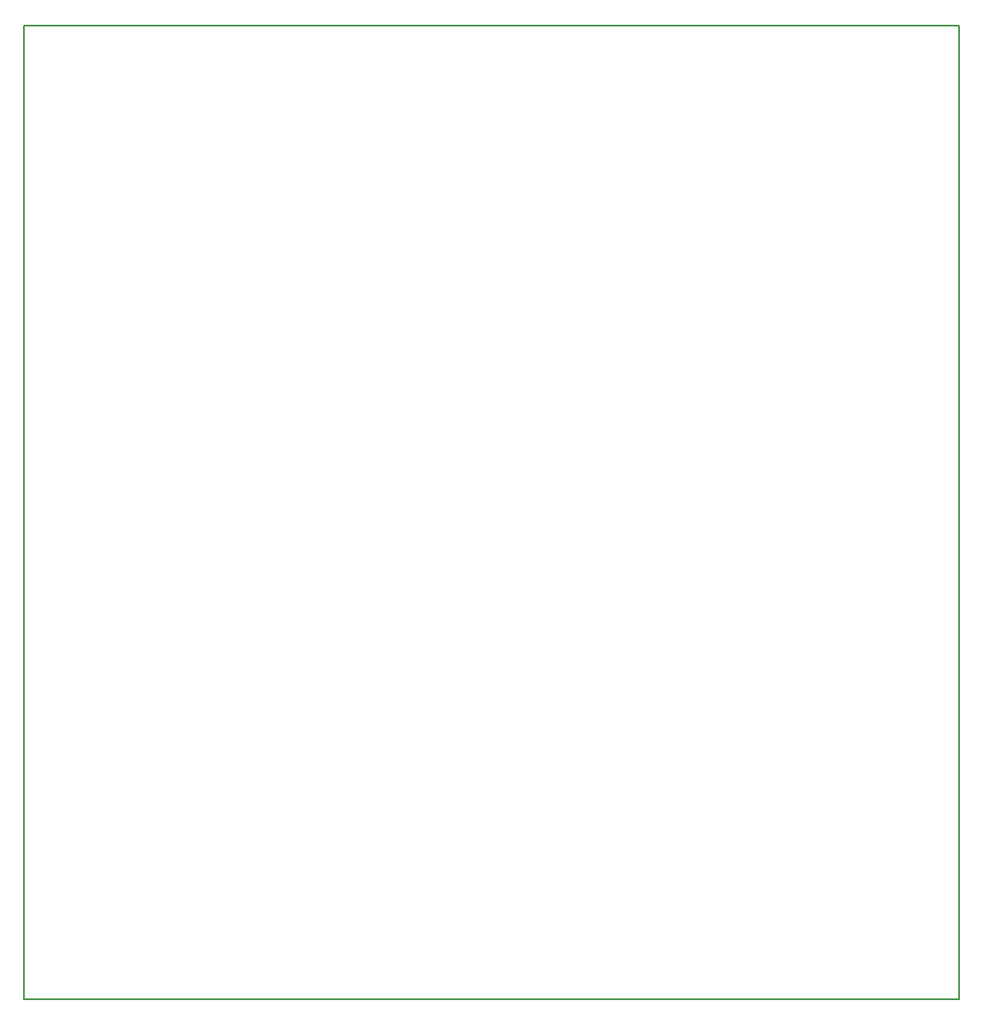
<source format=gbr>
%TF.GenerationSoftware,KiCad,Pcbnew,(5.1.10)-1*%
%TF.CreationDate,2021-06-07T21:45:38+02:00*%
%TF.ProjectId,SteuerungPCB,53746575-6572-4756-9e67-5043422e6b69,rev?*%
%TF.SameCoordinates,Original*%
%TF.FileFunction,Profile,NP*%
%FSLAX46Y46*%
G04 Gerber Fmt 4.6, Leading zero omitted, Abs format (unit mm)*
G04 Created by KiCad (PCBNEW (5.1.10)-1) date 2021-06-07 21:45:38*
%MOMM*%
%LPD*%
G01*
G04 APERTURE LIST*
%TA.AperFunction,Profile*%
%ADD10C,0.150000*%
%TD*%
G04 APERTURE END LIST*
D10*
X80010000Y-11430000D02*
X80010000Y-107950000D01*
X172720000Y-107950000D02*
X80010000Y-107950000D01*
X172720000Y-11430000D02*
X172720000Y-107950000D01*
X80010000Y-11430000D02*
X172720000Y-11430000D01*
M02*

</source>
